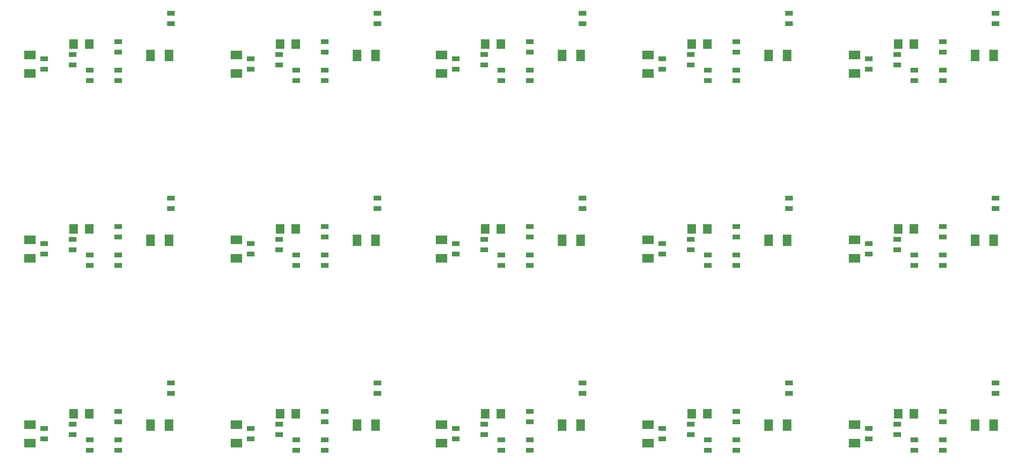
<source format=gbp>
G04 (created by PCBNEW-RS274X (2011-07-08)-stable) date Thu 21 Jul 2011 06:08:38 PM EDT*
G01*
G70*
G90*
%MOIN*%
G04 Gerber Fmt 3.4, Leading zero omitted, Abs format*
%FSLAX34Y34*%
G04 APERTURE LIST*
%ADD10C,0.006000*%
%ADD11R,0.055000X0.035000*%
%ADD12R,0.080000X0.060000*%
%ADD13R,0.060000X0.080000*%
%ADD14R,0.062900X0.070900*%
G04 APERTURE END LIST*
G54D10*
G54D11*
X79700Y-45375D03*
X79700Y-44625D03*
G54D12*
X69800Y-48850D03*
X69800Y-47550D03*
G54D13*
X79550Y-47600D03*
X78250Y-47600D03*
G54D11*
X70800Y-48575D03*
X70800Y-47825D03*
X74000Y-49375D03*
X74000Y-48625D03*
X72800Y-47525D03*
X72800Y-48275D03*
X76000Y-47375D03*
X76000Y-46625D03*
X76000Y-48625D03*
X76000Y-49375D03*
G54D14*
X72841Y-46800D03*
X73959Y-46800D03*
G54D11*
X65200Y-45375D03*
X65200Y-44625D03*
G54D12*
X55300Y-48850D03*
X55300Y-47550D03*
G54D13*
X65050Y-47600D03*
X63750Y-47600D03*
G54D11*
X56300Y-48575D03*
X56300Y-47825D03*
X59500Y-49375D03*
X59500Y-48625D03*
X58300Y-47525D03*
X58300Y-48275D03*
X61500Y-47375D03*
X61500Y-46625D03*
X61500Y-48625D03*
X61500Y-49375D03*
G54D14*
X58341Y-46800D03*
X59459Y-46800D03*
G54D11*
X50800Y-45375D03*
X50800Y-44625D03*
G54D12*
X40900Y-48850D03*
X40900Y-47550D03*
G54D13*
X50650Y-47600D03*
X49350Y-47600D03*
G54D11*
X41900Y-48575D03*
X41900Y-47825D03*
X45100Y-49375D03*
X45100Y-48625D03*
X43900Y-47525D03*
X43900Y-48275D03*
X47100Y-47375D03*
X47100Y-46625D03*
X47100Y-48625D03*
X47100Y-49375D03*
G54D14*
X43941Y-46800D03*
X45059Y-46800D03*
X29441Y-46800D03*
X30559Y-46800D03*
G54D11*
X32600Y-48625D03*
X32600Y-49375D03*
X32600Y-47375D03*
X32600Y-46625D03*
X29400Y-47525D03*
X29400Y-48275D03*
X30600Y-49375D03*
X30600Y-48625D03*
X27400Y-48575D03*
X27400Y-47825D03*
G54D13*
X36150Y-47600D03*
X34850Y-47600D03*
G54D12*
X26400Y-48850D03*
X26400Y-47550D03*
G54D11*
X36300Y-45375D03*
X36300Y-44625D03*
G54D14*
X87341Y-46800D03*
X88459Y-46800D03*
G54D11*
X90500Y-48625D03*
X90500Y-49375D03*
X90500Y-47375D03*
X90500Y-46625D03*
X87300Y-47525D03*
X87300Y-48275D03*
X88500Y-49375D03*
X88500Y-48625D03*
X85300Y-48575D03*
X85300Y-47825D03*
G54D13*
X94050Y-47600D03*
X92750Y-47600D03*
G54D12*
X84300Y-48850D03*
X84300Y-47550D03*
G54D11*
X94200Y-45375D03*
X94200Y-44625D03*
X94200Y-32375D03*
X94200Y-31625D03*
G54D12*
X84300Y-35850D03*
X84300Y-34550D03*
G54D13*
X94050Y-34600D03*
X92750Y-34600D03*
G54D11*
X85300Y-35575D03*
X85300Y-34825D03*
X88500Y-36375D03*
X88500Y-35625D03*
X87300Y-34525D03*
X87300Y-35275D03*
X90500Y-34375D03*
X90500Y-33625D03*
X90500Y-35625D03*
X90500Y-36375D03*
G54D14*
X87341Y-33800D03*
X88459Y-33800D03*
G54D11*
X36300Y-32375D03*
X36300Y-31625D03*
G54D12*
X26400Y-35850D03*
X26400Y-34550D03*
G54D13*
X36150Y-34600D03*
X34850Y-34600D03*
G54D11*
X27400Y-35575D03*
X27400Y-34825D03*
X30600Y-36375D03*
X30600Y-35625D03*
X29400Y-34525D03*
X29400Y-35275D03*
X32600Y-34375D03*
X32600Y-33625D03*
X32600Y-35625D03*
X32600Y-36375D03*
G54D14*
X29441Y-33800D03*
X30559Y-33800D03*
X43941Y-33800D03*
X45059Y-33800D03*
G54D11*
X47100Y-35625D03*
X47100Y-36375D03*
X47100Y-34375D03*
X47100Y-33625D03*
X43900Y-34525D03*
X43900Y-35275D03*
X45100Y-36375D03*
X45100Y-35625D03*
X41900Y-35575D03*
X41900Y-34825D03*
G54D13*
X50650Y-34600D03*
X49350Y-34600D03*
G54D12*
X40900Y-35850D03*
X40900Y-34550D03*
G54D11*
X50800Y-32375D03*
X50800Y-31625D03*
G54D14*
X58341Y-33800D03*
X59459Y-33800D03*
G54D11*
X61500Y-35625D03*
X61500Y-36375D03*
X61500Y-34375D03*
X61500Y-33625D03*
X58300Y-34525D03*
X58300Y-35275D03*
X59500Y-36375D03*
X59500Y-35625D03*
X56300Y-35575D03*
X56300Y-34825D03*
G54D13*
X65050Y-34600D03*
X63750Y-34600D03*
G54D12*
X55300Y-35850D03*
X55300Y-34550D03*
G54D11*
X65200Y-32375D03*
X65200Y-31625D03*
G54D14*
X72841Y-33800D03*
X73959Y-33800D03*
G54D11*
X76000Y-35625D03*
X76000Y-36375D03*
X76000Y-34375D03*
X76000Y-33625D03*
X72800Y-34525D03*
X72800Y-35275D03*
X74000Y-36375D03*
X74000Y-35625D03*
X70800Y-35575D03*
X70800Y-34825D03*
G54D13*
X79550Y-34600D03*
X78250Y-34600D03*
G54D12*
X69800Y-35850D03*
X69800Y-34550D03*
G54D11*
X79700Y-32375D03*
X79700Y-31625D03*
X79700Y-19375D03*
X79700Y-18625D03*
G54D12*
X69800Y-22850D03*
X69800Y-21550D03*
G54D13*
X79550Y-21600D03*
X78250Y-21600D03*
G54D11*
X70800Y-22575D03*
X70800Y-21825D03*
X74000Y-23375D03*
X74000Y-22625D03*
X72800Y-21525D03*
X72800Y-22275D03*
X76000Y-21375D03*
X76000Y-20625D03*
X76000Y-22625D03*
X76000Y-23375D03*
G54D14*
X72841Y-20800D03*
X73959Y-20800D03*
G54D11*
X65200Y-19375D03*
X65200Y-18625D03*
G54D12*
X55300Y-22850D03*
X55300Y-21550D03*
G54D13*
X65050Y-21600D03*
X63750Y-21600D03*
G54D11*
X56300Y-22575D03*
X56300Y-21825D03*
X59500Y-23375D03*
X59500Y-22625D03*
X58300Y-21525D03*
X58300Y-22275D03*
X61500Y-21375D03*
X61500Y-20625D03*
X61500Y-22625D03*
X61500Y-23375D03*
G54D14*
X58341Y-20800D03*
X59459Y-20800D03*
G54D11*
X50800Y-19375D03*
X50800Y-18625D03*
G54D12*
X40900Y-22850D03*
X40900Y-21550D03*
G54D13*
X50650Y-21600D03*
X49350Y-21600D03*
G54D11*
X41900Y-22575D03*
X41900Y-21825D03*
X45100Y-23375D03*
X45100Y-22625D03*
X43900Y-21525D03*
X43900Y-22275D03*
X47100Y-21375D03*
X47100Y-20625D03*
X47100Y-22625D03*
X47100Y-23375D03*
G54D14*
X43941Y-20800D03*
X45059Y-20800D03*
X29441Y-20800D03*
X30559Y-20800D03*
G54D11*
X32600Y-22625D03*
X32600Y-23375D03*
X32600Y-21375D03*
X32600Y-20625D03*
X29400Y-21525D03*
X29400Y-22275D03*
X30600Y-23375D03*
X30600Y-22625D03*
X27400Y-22575D03*
X27400Y-21825D03*
G54D13*
X36150Y-21600D03*
X34850Y-21600D03*
G54D12*
X26400Y-22850D03*
X26400Y-21550D03*
G54D11*
X36300Y-19375D03*
X36300Y-18625D03*
G54D14*
X87341Y-20800D03*
X88459Y-20800D03*
G54D11*
X90500Y-22625D03*
X90500Y-23375D03*
X90500Y-21375D03*
X90500Y-20625D03*
X87300Y-21525D03*
X87300Y-22275D03*
X88500Y-23375D03*
X88500Y-22625D03*
X85300Y-22575D03*
X85300Y-21825D03*
G54D13*
X94050Y-21600D03*
X92750Y-21600D03*
G54D12*
X84300Y-22850D03*
X84300Y-21550D03*
G54D11*
X94200Y-19375D03*
X94200Y-18625D03*
M02*

</source>
